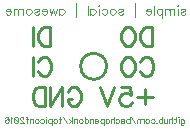
<source format=gbo>
G04 DipTrace 2.4.0.2*
%INtopiconf.GBO*%
%MOMM*%
%ADD10C,0.25*%
%ADD12C,0.076*%
%ADD33C,0.235*%
%ADD35C,0.118*%
%FSLAX53Y53*%
G04*
G71*
G90*
G75*
G01*
%LNBotSilk*%
%LPD*%
X17801Y16044D2*
D10*
G02X17801Y16044I1100J0D01*
G01*
X16726Y13893D2*
D33*
X16798Y14038D1*
X16945Y14184D1*
X17090Y14257D1*
X17381D1*
X17528Y14184D1*
X17673Y14038D1*
X17747Y13893D1*
X17819Y13674D1*
Y13308D1*
X17747Y13091D1*
X17673Y12945D1*
X17528Y12800D1*
X17381Y12726D1*
X17090D1*
X16945Y12800D1*
X16798Y12945D1*
X16726Y13091D1*
Y13308D1*
X17090D1*
X15234Y14257D2*
Y12726D1*
X16255Y14257D1*
Y12726D1*
X14764Y14257D2*
Y12726D1*
X14253D1*
X14034Y12800D1*
X13888Y12945D1*
X13815Y13091D1*
X13743Y13308D1*
Y13674D1*
X13815Y13893D1*
X13888Y14038D1*
X14034Y14184D1*
X14253Y14257D1*
X14764D1*
X23243Y14147D2*
Y12834D1*
X23898Y13490D2*
X22586D1*
X21241Y14255D2*
X21969D1*
X22041Y13600D1*
X21969Y13672D1*
X21750Y13746D1*
X21532D1*
X21313Y13672D1*
X21167Y13527D1*
X21094Y13308D1*
Y13164D1*
X21167Y12945D1*
X21313Y12798D1*
X21532Y12726D1*
X21750D1*
X21969Y12798D1*
X22041Y12872D1*
X22115Y13017D1*
X20624Y14257D2*
X20041Y12726D1*
X19458Y14257D1*
X22864Y16433D2*
X22937Y16578D1*
X23083Y16724D1*
X23228Y16797D1*
X23520D1*
X23666Y16724D1*
X23811Y16578D1*
X23885Y16433D1*
X23958Y16214D1*
Y15848D1*
X23885Y15631D1*
X23811Y15485D1*
X23666Y15340D1*
X23520Y15266D1*
X23228D1*
X23083Y15340D1*
X22937Y15485D1*
X22864Y15631D1*
X21956Y16797D2*
X22102Y16724D1*
X22247Y16578D1*
X22321Y16433D1*
X22394Y16214D1*
Y15848D1*
X22321Y15631D1*
X22247Y15485D1*
X22102Y15340D1*
X21956Y15266D1*
X21664D1*
X21519Y15340D1*
X21373Y15485D1*
X21300Y15631D1*
X21228Y15848D1*
Y16214D1*
X21300Y16433D1*
X21373Y16578D1*
X21519Y16724D1*
X21664Y16797D1*
X21956D1*
X23885Y19337D2*
Y17806D1*
X23375D1*
X23156Y17880D1*
X23009Y18025D1*
X22937Y18171D1*
X22864Y18388D1*
Y18754D1*
X22937Y18973D1*
X23009Y19118D1*
X23156Y19264D1*
X23375Y19337D1*
X23885D1*
X21956D2*
X22102Y19264D1*
X22247Y19118D1*
X22321Y18973D1*
X22394Y18754D1*
Y18388D1*
X22321Y18171D1*
X22247Y18025D1*
X22102Y17880D1*
X21956Y17806D1*
X21664D1*
X21519Y17880D1*
X21373Y18025D1*
X21300Y18171D1*
X21228Y18388D1*
Y18754D1*
X21300Y18973D1*
X21373Y19118D1*
X21519Y19264D1*
X21664Y19337D1*
X21956D1*
X14213Y16433D2*
X14286Y16578D1*
X14432Y16724D1*
X14577Y16797D1*
X14869D1*
X15015Y16724D1*
X15160Y16578D1*
X15234Y16433D1*
X15307Y16214D1*
Y15848D1*
X15234Y15631D1*
X15160Y15485D1*
X15015Y15340D1*
X14869Y15266D1*
X14577D1*
X14432Y15340D1*
X14286Y15485D1*
X14213Y15631D1*
X13743Y16797D2*
Y15266D1*
X15234Y19337D2*
Y17806D1*
X14724D1*
X14505Y17880D1*
X14358Y18025D1*
X14286Y18171D1*
X14213Y18388D1*
Y18754D1*
X14286Y18973D1*
X14358Y19118D1*
X14505Y19264D1*
X14724Y19337D1*
X15234D1*
X13743D2*
Y17806D1*
X26274Y11550D2*
D12*
Y11161D1*
X26298Y11088D1*
X26322Y11063D1*
X26371Y11039D1*
X26444D1*
X26492Y11063D1*
X26274Y11477D2*
X26322Y11525D1*
X26371Y11550D1*
X26444D1*
X26492Y11525D1*
X26541Y11477D1*
X26565Y11404D1*
Y11355D1*
X26541Y11282D1*
X26492Y11234D1*
X26444Y11209D1*
X26371D1*
X26322Y11234D1*
X26274Y11282D1*
X26117Y11744D2*
X26093Y11720D1*
X26068Y11744D1*
X26093Y11769D1*
X26117Y11744D1*
X26093Y11574D2*
Y11234D1*
X25838Y11744D2*
Y11331D1*
X25814Y11258D1*
X25765Y11234D1*
X25717D1*
X25911Y11574D2*
X25741D1*
X25560Y11744D2*
Y11234D1*
Y11477D2*
X25487Y11550D1*
X25438Y11574D1*
X25365D1*
X25317Y11550D1*
X25293Y11477D1*
Y11234D1*
X25136Y11574D2*
Y11331D1*
X25112Y11258D1*
X25063Y11234D1*
X24990D1*
X24942Y11258D1*
X24869Y11331D1*
Y11574D2*
Y11234D1*
X24712Y11744D2*
Y11234D1*
Y11501D2*
X24663Y11550D1*
X24615Y11574D1*
X24542D1*
X24494Y11550D1*
X24445Y11501D1*
X24421Y11428D1*
Y11380D1*
X24445Y11307D1*
X24494Y11258D1*
X24542Y11234D1*
X24615D1*
X24663Y11258D1*
X24712Y11307D1*
X24240Y11282D2*
X24264Y11258D1*
X24240Y11234D1*
X24215Y11258D1*
X24240Y11282D1*
X23766Y11501D2*
X23815Y11550D1*
X23864Y11574D1*
X23936D1*
X23985Y11550D1*
X24033Y11501D1*
X24058Y11428D1*
Y11380D1*
X24033Y11307D1*
X23985Y11258D1*
X23936Y11234D1*
X23864D1*
X23815Y11258D1*
X23766Y11307D1*
X23488Y11574D2*
X23536Y11550D1*
X23585Y11501D1*
X23609Y11428D1*
Y11380D1*
X23585Y11307D1*
X23536Y11258D1*
X23488Y11234D1*
X23415D1*
X23366Y11258D1*
X23318Y11307D1*
X23293Y11380D1*
Y11428D1*
X23318Y11501D1*
X23366Y11550D1*
X23415Y11574D1*
X23488D1*
X23136D2*
Y11234D1*
Y11477D2*
X23063Y11550D1*
X23014Y11574D1*
X22942D1*
X22893Y11550D1*
X22869Y11477D1*
Y11234D1*
Y11477D2*
X22796Y11550D1*
X22747Y11574D1*
X22674D1*
X22626Y11550D1*
X22601Y11477D1*
Y11234D1*
X22444D2*
X22104Y11743D1*
X21947Y11744D2*
Y11234D1*
Y11501D2*
X21898Y11550D1*
X21850Y11574D1*
X21777D1*
X21728Y11550D1*
X21680Y11501D1*
X21655Y11428D1*
Y11380D1*
X21680Y11307D1*
X21728Y11258D1*
X21777Y11234D1*
X21850D1*
X21898Y11258D1*
X21947Y11307D1*
X21231Y11501D2*
X21255Y11550D1*
X21328Y11574D1*
X21401D1*
X21474Y11550D1*
X21499Y11501D1*
X21474Y11453D1*
X21426Y11428D1*
X21304Y11404D1*
X21255Y11380D1*
X21231Y11331D1*
Y11307D1*
X21255Y11258D1*
X21328Y11234D1*
X21401D1*
X21474Y11258D1*
X21499Y11307D1*
X20782Y11501D2*
X20831Y11550D1*
X20880Y11574D1*
X20953D1*
X21001Y11550D1*
X21050Y11501D1*
X21074Y11428D1*
Y11380D1*
X21050Y11307D1*
X21001Y11258D1*
X20953Y11234D1*
X20880D1*
X20831Y11258D1*
X20782Y11307D1*
X20626Y11744D2*
Y11234D1*
Y11477D2*
X20553Y11550D1*
X20504Y11574D1*
X20431D1*
X20382Y11550D1*
X20358Y11477D1*
Y11234D1*
X19910Y11574D2*
Y11234D1*
Y11501D2*
X19958Y11550D1*
X20007Y11574D1*
X20080D1*
X20128Y11550D1*
X20177Y11501D1*
X20201Y11428D1*
Y11380D1*
X20177Y11307D1*
X20128Y11258D1*
X20080Y11234D1*
X20007D1*
X19958Y11258D1*
X19910Y11307D1*
X19753Y11574D2*
Y11063D1*
Y11501D2*
X19704Y11549D1*
X19656Y11574D1*
X19583D1*
X19534Y11549D1*
X19486Y11501D1*
X19461Y11428D1*
Y11379D1*
X19486Y11307D1*
X19534Y11258D1*
X19583Y11234D1*
X19656D1*
X19704Y11258D1*
X19753Y11307D1*
X19304Y11428D2*
X19013D1*
Y11477D1*
X19037Y11526D1*
X19061Y11550D1*
X19110Y11574D1*
X19183D1*
X19231Y11550D1*
X19280Y11501D1*
X19304Y11428D1*
Y11380D1*
X19280Y11307D1*
X19231Y11258D1*
X19183Y11234D1*
X19110D1*
X19061Y11258D1*
X19013Y11307D1*
X18856Y11574D2*
Y11234D1*
Y11477D2*
X18783Y11550D1*
X18734Y11574D1*
X18662D1*
X18613Y11550D1*
X18589Y11477D1*
Y11234D1*
X18140Y11744D2*
Y11234D1*
Y11501D2*
X18189Y11550D1*
X18238Y11574D1*
X18311D1*
X18359Y11550D1*
X18408Y11501D1*
X18432Y11428D1*
Y11380D1*
X18408Y11307D1*
X18359Y11258D1*
X18311Y11234D1*
X18238D1*
X18189Y11258D1*
X18140Y11307D1*
X17862Y11574D2*
X17911Y11550D1*
X17959Y11501D1*
X17984Y11428D1*
Y11380D1*
X17959Y11307D1*
X17911Y11258D1*
X17862Y11234D1*
X17789D1*
X17740Y11258D1*
X17692Y11307D1*
X17667Y11380D1*
Y11428D1*
X17692Y11501D1*
X17740Y11550D1*
X17789Y11574D1*
X17862D1*
X17510D2*
Y11234D1*
Y11477D2*
X17437Y11550D1*
X17389Y11574D1*
X17316D1*
X17267Y11550D1*
X17243Y11477D1*
Y11234D1*
X17086Y11744D2*
Y11234D1*
X16843Y11574D2*
X17086Y11331D1*
X16989Y11428D2*
X16819Y11234D1*
X16662D2*
X16322Y11743D1*
X16092Y11744D2*
Y11331D1*
X16068Y11258D1*
X16019Y11234D1*
X15971D1*
X16165Y11574D2*
X15995D1*
X15693D2*
X15741Y11550D1*
X15790Y11501D1*
X15814Y11428D1*
Y11380D1*
X15790Y11307D1*
X15741Y11258D1*
X15693Y11234D1*
X15620D1*
X15571Y11258D1*
X15522Y11307D1*
X15498Y11380D1*
Y11428D1*
X15522Y11501D1*
X15571Y11550D1*
X15620Y11574D1*
X15693D1*
X15341D2*
Y11063D1*
Y11501D2*
X15292Y11549D1*
X15244Y11574D1*
X15171D1*
X15122Y11549D1*
X15074Y11501D1*
X15049Y11428D1*
Y11379D1*
X15074Y11307D1*
X15122Y11258D1*
X15171Y11234D1*
X15244D1*
X15292Y11258D1*
X15341Y11307D1*
X14892Y11744D2*
X14868Y11720D1*
X14843Y11744D1*
X14868Y11769D1*
X14892Y11744D1*
X14868Y11574D2*
Y11234D1*
X14394Y11501D2*
X14443Y11550D1*
X14492Y11574D1*
X14564D1*
X14613Y11550D1*
X14662Y11501D1*
X14686Y11428D1*
Y11380D1*
X14662Y11307D1*
X14613Y11258D1*
X14564Y11234D1*
X14492D1*
X14443Y11258D1*
X14394Y11307D1*
X14116Y11574D2*
X14164Y11550D1*
X14213Y11501D1*
X14237Y11428D1*
Y11380D1*
X14213Y11307D1*
X14164Y11258D1*
X14116Y11234D1*
X14043D1*
X13994Y11258D1*
X13946Y11307D1*
X13921Y11380D1*
Y11428D1*
X13946Y11501D1*
X13994Y11550D1*
X14043Y11574D1*
X14116D1*
X13764D2*
Y11234D1*
Y11477D2*
X13691Y11550D1*
X13643Y11574D1*
X13570D1*
X13521Y11550D1*
X13497Y11477D1*
Y11234D1*
X13146Y11744D2*
X13194D1*
X13243Y11720D1*
X13267Y11647D1*
Y11234D1*
X13340Y11574D2*
X13170D1*
X12964Y11622D2*
Y11646D1*
X12940Y11695D1*
X12916Y11719D1*
X12867Y11743D1*
X12770D1*
X12722Y11719D1*
X12698Y11695D1*
X12673Y11646D1*
Y11598D1*
X12698Y11549D1*
X12746Y11477D1*
X12989Y11234D1*
X12649D1*
X12346Y11743D2*
X12419Y11719D1*
X12468Y11646D1*
X12492Y11525D1*
Y11452D1*
X12468Y11331D1*
X12419Y11258D1*
X12346Y11234D1*
X12298D1*
X12225Y11258D1*
X12176Y11331D1*
X12152Y11452D1*
Y11525D1*
X12176Y11646D1*
X12225Y11719D1*
X12298Y11743D1*
X12346D1*
X12176Y11646D2*
X12468Y11331D1*
X11995Y11646D2*
X11946Y11671D1*
X11873Y11743D1*
Y11234D1*
X11425Y11671D2*
X11449Y11719D1*
X11522Y11743D1*
X11570D1*
X11643Y11719D1*
X11692Y11646D1*
X11716Y11525D1*
Y11404D1*
X11692Y11307D1*
X11643Y11258D1*
X11570Y11234D1*
X11546D1*
X11473Y11258D1*
X11425Y11307D1*
X11400Y11380D1*
Y11404D1*
X11425Y11477D1*
X11473Y11525D1*
X11546Y11549D1*
X11570D1*
X11643Y11525D1*
X11692Y11477D1*
X11716Y11404D1*
X26277Y20818D2*
D35*
X26313Y20891D1*
X26423Y20928D1*
X26532D1*
X26642Y20891D1*
X26678Y20818D1*
X26642Y20746D1*
X26569Y20709D1*
X26387Y20672D1*
X26313Y20636D1*
X26277Y20563D1*
Y20527D1*
X26313Y20454D1*
X26423Y20417D1*
X26532D1*
X26642Y20454D1*
X26678Y20527D1*
X26042Y21183D2*
X26006Y21147D1*
X25969Y21183D1*
X26006Y21220D1*
X26042Y21183D1*
X26006Y20928D2*
Y20417D1*
X25733Y20928D2*
Y20417D1*
Y20782D2*
X25624Y20891D1*
X25550Y20928D1*
X25442D1*
X25369Y20891D1*
X25332Y20782D1*
Y20417D1*
Y20782D2*
X25223Y20891D1*
X25150Y20928D1*
X25041D1*
X24968Y20891D1*
X24931Y20782D1*
Y20417D1*
X24695Y20928D2*
Y20162D1*
Y20818D2*
X24622Y20891D1*
X24550Y20928D1*
X24440D1*
X24367Y20891D1*
X24294Y20818D1*
X24257Y20709D1*
Y20635D1*
X24294Y20527D1*
X24367Y20453D1*
X24440Y20417D1*
X24550D1*
X24622Y20453D1*
X24695Y20527D1*
X24022Y21183D2*
Y20417D1*
X23787Y20709D2*
X23349D1*
Y20782D1*
X23386Y20855D1*
X23422Y20891D1*
X23495Y20928D1*
X23605D1*
X23677Y20891D1*
X23750Y20818D1*
X23787Y20709D1*
Y20636D1*
X23750Y20527D1*
X23677Y20454D1*
X23605Y20417D1*
X23495D1*
X23422Y20454D1*
X23349Y20527D1*
X22374Y21382D2*
Y20217D1*
X20997Y20818D2*
X21033Y20891D1*
X21142Y20928D1*
X21252D1*
X21361Y20891D1*
X21398Y20818D1*
X21361Y20746D1*
X21288Y20709D1*
X21106Y20672D1*
X21033Y20636D1*
X20997Y20563D1*
Y20527D1*
X21033Y20454D1*
X21142Y20417D1*
X21252D1*
X21361Y20454D1*
X21398Y20527D1*
X20579Y20928D2*
X20652Y20891D1*
X20725Y20818D1*
X20761Y20709D1*
Y20636D1*
X20725Y20527D1*
X20652Y20454D1*
X20579Y20417D1*
X20470D1*
X20397Y20454D1*
X20324Y20527D1*
X20287Y20636D1*
Y20709D1*
X20324Y20818D1*
X20397Y20891D1*
X20470Y20928D1*
X20579D1*
X19614Y20818D2*
X19687Y20891D1*
X19760Y20928D1*
X19869D1*
X19942Y20891D1*
X20015Y20818D1*
X20052Y20709D1*
Y20636D1*
X20015Y20527D1*
X19942Y20454D1*
X19869Y20417D1*
X19760D1*
X19687Y20454D1*
X19614Y20527D1*
X19379Y21183D2*
X19342Y21147D1*
X19305Y21183D1*
X19342Y21220D1*
X19379Y21183D1*
X19342Y20928D2*
Y20417D1*
X18633Y20928D2*
Y20417D1*
Y20818D2*
X18705Y20891D1*
X18778Y20928D1*
X18887D1*
X18960Y20891D1*
X19033Y20818D1*
X19070Y20709D1*
Y20636D1*
X19033Y20527D1*
X18960Y20454D1*
X18887Y20417D1*
X18778D1*
X18705Y20454D1*
X18633Y20527D1*
X18397Y21183D2*
Y20417D1*
X17422Y21382D2*
Y20217D1*
X16008Y20928D2*
Y20417D1*
Y20818D2*
X16081Y20891D1*
X16154Y20928D1*
X16263D1*
X16336Y20891D1*
X16408Y20818D1*
X16446Y20709D1*
Y20636D1*
X16408Y20527D1*
X16336Y20454D1*
X16263Y20417D1*
X16154D1*
X16081Y20454D1*
X16008Y20527D1*
X15773Y20928D2*
X15627Y20417D1*
X15482Y20928D1*
X15336Y20417D1*
X15190Y20928D1*
X14955Y20709D2*
X14518D1*
Y20782D1*
X14554Y20855D1*
X14590Y20891D1*
X14663Y20928D1*
X14773D1*
X14845Y20891D1*
X14919Y20818D1*
X14955Y20709D1*
Y20636D1*
X14919Y20527D1*
X14845Y20454D1*
X14773Y20417D1*
X14663D1*
X14590Y20454D1*
X14518Y20527D1*
X13882Y20818D2*
X13918Y20891D1*
X14027Y20928D1*
X14137D1*
X14246Y20891D1*
X14282Y20818D1*
X14246Y20746D1*
X14173Y20709D1*
X13991Y20672D1*
X13918Y20636D1*
X13882Y20563D1*
Y20527D1*
X13918Y20454D1*
X14027Y20417D1*
X14137D1*
X14246Y20454D1*
X14282Y20527D1*
X13464Y20928D2*
X13537Y20891D1*
X13610Y20818D1*
X13646Y20709D1*
Y20636D1*
X13610Y20527D1*
X13537Y20454D1*
X13464Y20417D1*
X13355D1*
X13282Y20454D1*
X13209Y20527D1*
X13172Y20636D1*
Y20709D1*
X13209Y20818D1*
X13282Y20891D1*
X13355Y20928D1*
X13464D1*
X12937D2*
Y20417D1*
Y20782D2*
X12827Y20891D1*
X12754Y20928D1*
X12645D1*
X12572Y20891D1*
X12536Y20782D1*
Y20417D1*
Y20782D2*
X12426Y20891D1*
X12353Y20928D1*
X12244D1*
X12171Y20891D1*
X12134Y20782D1*
Y20417D1*
X11899Y20709D2*
X11462D1*
Y20782D1*
X11498Y20855D1*
X11534Y20891D1*
X11607Y20928D1*
X11717D1*
X11789Y20891D1*
X11862Y20818D1*
X11899Y20709D1*
Y20636D1*
X11862Y20527D1*
X11789Y20454D1*
X11717Y20417D1*
X11607D1*
X11534Y20454D1*
X11462Y20527D1*
M02*

</source>
